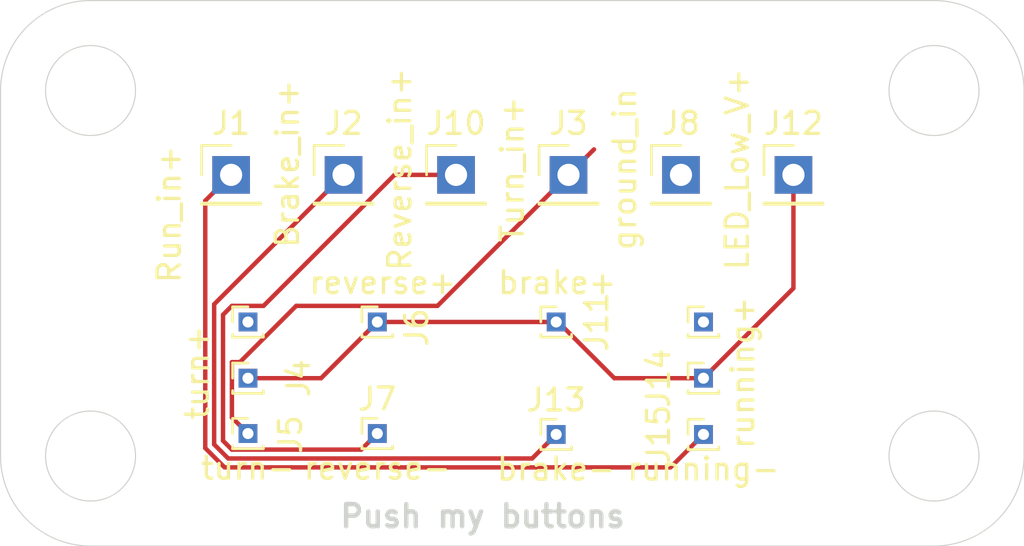
<source format=kicad_pcb>
(kicad_pcb (version 20241229) (generator "pcbnew") (generator_version "9.0")
  (title_block (title "Automotive Indicator Lights") (rev "0.0") (company "HME Engineering"))
  (layers (0 "F.Cu" signal) (2 "B.Cu" signal) (13 "F.Paste" user) (15 "B.Paste" user) (5 "F.SilkS" user "F.Silkscreen") (7 "B.SilkS" user "B.Silkscreen") (1 "F.Mask" user) (3 "B.Mask" user) (25 "Edge.Cuts" user))
  (net 0 "")
  (net 1 "Net-(J13-Pin_1)")
  (net 2 "Net-(J11-Pin_1)")
  (net 3 "Net-(J1-Pin_1)")
  (net 4 "unconnected-(J8-Pin_1-Pad1)")
  (net 5 "Net-(J3-Pin_1)")
  (net 6 "Net-(J10-Pin_1)")
  (footprint "Connector_PinHeader_2.54mm:PinHeader_1x01_P2.54mm_Vertical" (layer "F.Cu") (at 105.41 46.99)
    (property "Reference" "J10" (at 0 -2.33 0) (layer "F.SilkS"))
    (property "Value" "Reverse_in+" (at -2.54 -0.254 90) (layer "F.SilkS"))
    (fp_line (start -1.33 -1.33) (end 0 -1.33) (stroke (width 0.12)) (layer "F.SilkS"))
    (fp_line (start -1.33 0) (end -1.33 -1.33) (stroke (width 0.12)) (layer "F.SilkS"))
    (fp_line (start -1.33 1.27) (end -1.33 1.33) (stroke (width 0.12)) (layer "F.SilkS"))
    (fp_line (start -1.33 1.27) (end 1.33 1.27) (stroke (width 0.12)) (layer "F.SilkS"))
    (fp_line (start -1.33 1.33) (end 1.33 1.33) (stroke (width 0.12)) (layer "F.SilkS"))
    (fp_line (start 1.33 1.27) (end 1.33 1.33) (stroke (width 0.12)) (layer "F.SilkS"))
    (pad "1" thru_hole rect (at 0 0) (size 1.7 1.7) (drill 1) (layers "*.Cu" "*.Mask") (net 6 "Net-(J10-Pin_1)"))
  )
  (footprint "Connector_PinHeader_2.54mm:PinHeader_1x01_P2.54mm_Vertical" (layer "F.Cu") (at 115.57 46.99)
    (property "Reference" "J8" (at 0 -2.33 0) (layer "F.SilkS"))
    (property "Value" "ground_in" (at -2.54 -0.254 90) (layer "F.SilkS"))
    (fp_line (start -1.33 -1.33) (end 0 -1.33) (stroke (width 0.12)) (layer "F.SilkS"))
    (fp_line (start -1.33 0) (end -1.33 -1.33) (stroke (width 0.12)) (layer "F.SilkS"))
    (fp_line (start -1.33 1.27) (end -1.33 1.33) (stroke (width 0.12)) (layer "F.SilkS"))
    (fp_line (start -1.33 1.27) (end 1.33 1.27) (stroke (width 0.12)) (layer "F.SilkS"))
    (fp_line (start -1.33 1.33) (end 1.33 1.33) (stroke (width 0.12)) (layer "F.SilkS"))
    (fp_line (start 1.33 1.27) (end 1.33 1.33) (stroke (width 0.12)) (layer "F.SilkS"))
    (pad "1" thru_hole rect (at 0 0) (size 1.7 1.7) (drill 1) (layers "*.Cu" "*.Mask") (net 4 "unconnected-(J8-Pin_1-Pad1)"))
  )
  (footprint "Connector_PinHeader_1.00mm:PinHeader_1x01_P1.00mm_Vertical" (layer "F.Cu") (at 116.586 58.714)
    (property "Reference" "J15" (at -2.032 0 90) (layer "F.SilkS"))
    (property "Value" "running-" (at 0 1.56 0) (layer "F.SilkS"))
    (fp_line (start -0.695 -0.685) (end 0 -0.685) (stroke (width 0.12)) (layer "F.SilkS"))
    (fp_line (start -0.695 0) (end -0.695 -0.685) (stroke (width 0.12)) (layer "F.SilkS"))
    (fp_line (start -0.695 0.685) (end -0.695 0.56) (stroke (width 0.12)) (layer "F.SilkS"))
    (fp_line (start -0.695 0.685) (end -0.608276 0.685) (stroke (width 0.12)) (layer "F.SilkS"))
    (fp_line (start -0.695 0.685) (end 0.695 0.685) (stroke (width 0.12)) (layer "F.SilkS"))
    (fp_line (start 0.608276 0.685) (end 0.695 0.685) (stroke (width 0.12)) (layer "F.SilkS"))
    (fp_line (start 0.695 0.685) (end 0.695 0.56) (stroke (width 0.12)) (layer "F.SilkS"))
    (pad "1" thru_hole rect (at 0 0) (size 0.85 0.85) (drill 0.5) (layers "*.Cu" "*.Mask") (net 3 "Net-(J1-Pin_1)"))
  )
  (footprint "Connector_PinHeader_1.00mm:PinHeader_1x01_P1.00mm_Vertical" (layer "F.Cu") (at 116.586 53.634)
    (property "Reference" "J14" (hide yes))
    (property "Value" "running+" (hide yes))
    (fp_line (start -0.695 -0.685) (end 0 -0.685) (stroke (width 0.12)) (layer "F.SilkS"))
    (fp_line (start -0.695 0) (end -0.695 -0.685) (stroke (width 0.12)) (layer "F.SilkS"))
    (fp_line (start -0.695 0.685) (end -0.695 0.56) (stroke (width 0.12)) (layer "F.SilkS"))
    (fp_line (start -0.695 0.685) (end -0.608276 0.685) (stroke (width 0.12)) (layer "F.SilkS"))
    (fp_line (start -0.695 0.685) (end 0.695 0.685) (stroke (width 0.12)) (layer "F.SilkS"))
    (fp_line (start 0.608276 0.685) (end 0.695 0.685) (stroke (width 0.12)) (layer "F.SilkS"))
    (fp_line (start 0.695 0.685) (end 0.695 0.56) (stroke (width 0.12)) (layer "F.SilkS"))
    (pad "1" thru_hole rect (at 0 0) (size 0.85 0.85) (drill 0.5) (layers "*.Cu" "*.Mask"))
  )
  (footprint "Connector_PinHeader_1.00mm:PinHeader_1x01_P1.00mm_Vertical" (layer "F.Cu") (at 109.934 58.714)
    (property "Reference" "J13" (at 0 -1.56 0) (layer "F.SilkS"))
    (property "Value" "brake-" (at 0 1.56 0) (layer "F.SilkS"))
    (fp_line (start -0.695 -0.685) (end 0 -0.685) (stroke (width 0.12)) (layer "F.SilkS"))
    (fp_line (start -0.695 0) (end -0.695 -0.685) (stroke (width 0.12)) (layer "F.SilkS"))
    (fp_line (start -0.695 0.685) (end -0.695 0.56) (stroke (width 0.12)) (layer "F.SilkS"))
    (fp_line (start -0.695 0.685) (end -0.608276 0.685) (stroke (width 0.12)) (layer "F.SilkS"))
    (fp_line (start -0.695 0.685) (end 0.695 0.685) (stroke (width 0.12)) (layer "F.SilkS"))
    (fp_line (start 0.608276 0.685) (end 0.695 0.685) (stroke (width 0.12)) (layer "F.SilkS"))
    (fp_line (start 0.695 0.685) (end 0.695 0.56) (stroke (width 0.12)) (layer "F.SilkS"))
    (pad "1" thru_hole rect (at 0 0) (size 0.85 0.85) (drill 0.5) (layers "*.Cu" "*.Mask") (net 1 "Net-(J13-Pin_1)"))
  )
  (footprint "Connector_PinHeader_1.00mm:PinHeader_1x01_P1.00mm_Vertical" (layer "F.Cu") (at 116.586 56.174)
    (property "Reference" "J14" (at -2.032 0 90) (layer "F.SilkS"))
    (property "Value" "running+" (at 1.778 -0.254 90) (layer "F.SilkS"))
    (fp_line (start -0.695 -0.685) (end 0 -0.685) (stroke (width 0.12)) (layer "F.SilkS"))
    (fp_line (start -0.695 0) (end -0.695 -0.685) (stroke (width 0.12)) (layer "F.SilkS"))
    (fp_line (start -0.695 0.685) (end -0.695 0.56) (stroke (width 0.12)) (layer "F.SilkS"))
    (fp_line (start -0.695 0.685) (end -0.608276 0.685) (stroke (width 0.12)) (layer "F.SilkS"))
    (fp_line (start -0.695 0.685) (end 0.695 0.685) (stroke (width 0.12)) (layer "F.SilkS"))
    (fp_line (start 0.608276 0.685) (end 0.695 0.685) (stroke (width 0.12)) (layer "F.SilkS"))
    (fp_line (start 0.695 0.685) (end 0.695 0.56) (stroke (width 0.12)) (layer "F.SilkS"))
    (pad "1" thru_hole rect (at 0 0) (size 0.85 0.85) (drill 0.5) (layers "*.Cu" "*.Mask") (net 2 "Net-(J11-Pin_1)"))
  )
  (footprint "Connector_PinHeader_2.54mm:PinHeader_1x01_P2.54mm_Vertical" (layer "F.Cu") (at 110.49 46.99)
    (property "Reference" "J3" (at 0 -2.33 0) (layer "F.SilkS"))
    (property "Value" "Turn_in+" (at -2.54 -0.254 90) (layer "F.SilkS"))
    (fp_line (start -1.33 -1.33) (end 0 -1.33) (stroke (width 0.12)) (layer "F.SilkS"))
    (fp_line (start -1.33 0) (end -1.33 -1.33) (stroke (width 0.12)) (layer "F.SilkS"))
    (fp_line (start -1.33 1.27) (end -1.33 1.33) (stroke (width 0.12)) (layer "F.SilkS"))
    (fp_line (start -1.33 1.27) (end 1.33 1.27) (stroke (width 0.12)) (layer "F.SilkS"))
    (fp_line (start -1.33 1.33) (end 1.33 1.33) (stroke (width 0.12)) (layer "F.SilkS"))
    (fp_line (start 1.33 1.27) (end 1.33 1.33) (stroke (width 0.12)) (layer "F.SilkS"))
    (pad "1" thru_hole rect (at 0 0) (size 1.7 1.7) (drill 1) (layers "*.Cu" "*.Mask") (net 5 "Net-(J3-Pin_1)"))
  )
  (footprint "Connector_PinHeader_1.00mm:PinHeader_1x01_P1.00mm_Vertical" (layer "F.Cu") (at 101.854 58.674)
    (property "Reference" "J7" (at 0 -1.56 0) (layer "F.SilkS"))
    (property "Value" "reverse-" (at 0 1.56 0) (layer "F.SilkS"))
    (fp_line (start -0.695 -0.685) (end 0 -0.685) (stroke (width 0.12)) (layer "F.SilkS"))
    (fp_line (start -0.695 0) (end -0.695 -0.685) (stroke (width 0.12)) (layer "F.SilkS"))
    (fp_line (start -0.695 0.685) (end -0.695 0.56) (stroke (width 0.12)) (layer "F.SilkS"))
    (fp_line (start -0.695 0.685) (end -0.608276 0.685) (stroke (width 0.12)) (layer "F.SilkS"))
    (fp_line (start -0.695 0.685) (end 0.695 0.685) (stroke (width 0.12)) (layer "F.SilkS"))
    (fp_line (start 0.608276 0.685) (end 0.695 0.685) (stroke (width 0.12)) (layer "F.SilkS"))
    (fp_line (start 0.695 0.685) (end 0.695 0.56) (stroke (width 0.12)) (layer "F.SilkS"))
    (pad "1" thru_hole rect (at 0 0) (size 0.85 0.85) (drill 0.5) (layers "*.Cu" "*.Mask") (net 6 "Net-(J10-Pin_1)"))
  )
  (footprint "Connector_PinHeader_1.00mm:PinHeader_1x01_P1.00mm_Vertical" (layer "F.Cu") (at 109.934 53.634)
    (property "Reference" "J11" (at 1.826 0 90) (layer "F.SilkS"))
    (property "Value" "brake+" (at 0.048 -1.778 0) (layer "F.SilkS"))
    (fp_line (start -0.695 -0.685) (end 0 -0.685) (stroke (width 0.12)) (layer "F.SilkS"))
    (fp_line (start -0.695 0) (end -0.695 -0.685) (stroke (width 0.12)) (layer "F.SilkS"))
    (fp_line (start -0.695 0.685) (end -0.695 0.56) (stroke (width 0.12)) (layer "F.SilkS"))
    (fp_line (start -0.695 0.685) (end -0.608276 0.685) (stroke (width 0.12)) (layer "F.SilkS"))
    (fp_line (start -0.695 0.685) (end 0.695 0.685) (stroke (width 0.12)) (layer "F.SilkS"))
    (fp_line (start 0.608276 0.685) (end 0.695 0.685) (stroke (width 0.12)) (layer "F.SilkS"))
    (fp_line (start 0.695 0.685) (end 0.695 0.56) (stroke (width 0.12)) (layer "F.SilkS"))
    (pad "1" thru_hole rect (at 0 0) (size 0.85 0.85) (drill 0.5) (layers "*.Cu" "*.Mask") (net 2 "Net-(J11-Pin_1)"))
  )
  (footprint "Connector_PinHeader_2.54mm:PinHeader_1x01_P2.54mm_Vertical" (layer "F.Cu") (at 95.25 46.99)
    (property "Reference" "J1" (at 0 -2.33 0) (layer "F.SilkS"))
    (property "Value" "Run_in+" (at -2.794 1.778 90) (layer "F.SilkS"))
    (fp_line (start -1.33 -1.33) (end 0 -1.33) (stroke (width 0.12)) (layer "F.SilkS"))
    (fp_line (start -1.33 0) (end -1.33 -1.33) (stroke (width 0.12)) (layer "F.SilkS"))
    (fp_line (start -1.33 1.27) (end -1.33 1.33) (stroke (width 0.12)) (layer "F.SilkS"))
    (fp_line (start -1.33 1.27) (end 1.33 1.27) (stroke (width 0.12)) (layer "F.SilkS"))
    (fp_line (start -1.33 1.33) (end 1.33 1.33) (stroke (width 0.12)) (layer "F.SilkS"))
    (fp_line (start 1.33 1.27) (end 1.33 1.33) (stroke (width 0.12)) (layer "F.SilkS"))
    (pad "1" thru_hole rect (at 0 0) (size 1.7 1.7) (drill 1) (layers "*.Cu" "*.Mask") (net 3 "Net-(J1-Pin_1)"))
  )
  (footprint "Connector_PinHeader_2.54mm:PinHeader_1x01_P2.54mm_Vertical" (layer "F.Cu") (at 120.65 46.99)
    (property "Reference" "J12" (at 0 -2.33 0) (layer "F.SilkS"))
    (property "Value" "LED_Low_V+" (at -2.54 -0.254 90) (layer "F.SilkS"))
    (fp_line (start -1.33 -1.33) (end 0 -1.33) (stroke (width 0.12)) (layer "F.SilkS"))
    (fp_line (start -1.33 0) (end -1.33 -1.33) (stroke (width 0.12)) (layer "F.SilkS"))
    (fp_line (start -1.33 1.27) (end -1.33 1.33) (stroke (width 0.12)) (layer "F.SilkS"))
    (fp_line (start -1.33 1.27) (end 1.33 1.27) (stroke (width 0.12)) (layer "F.SilkS"))
    (fp_line (start -1.33 1.33) (end 1.33 1.33) (stroke (width 0.12)) (layer "F.SilkS"))
    (fp_line (start 1.33 1.27) (end 1.33 1.33) (stroke (width 0.12)) (layer "F.SilkS"))
    (pad "1" thru_hole rect (at 0 0) (size 1.7 1.7) (drill 1) (layers "*.Cu" "*.Mask") (net 2 "Net-(J11-Pin_1)"))
  )
  (footprint "Connector_PinHeader_1.00mm:PinHeader_1x01_P1.00mm_Vertical" (layer "F.Cu") (at 96.012 56.174)
    (property "Reference" "J4" (at 2.286 0 90) (layer "F.SilkS"))
    (property "Value" "turn+" (at -2.286 -0.254 90) (layer "F.SilkS"))
    (fp_line (start -0.695 -0.685) (end 0 -0.685) (stroke (width 0.12)) (layer "F.SilkS"))
    (fp_line (start -0.695 0) (end -0.695 -0.685) (stroke (width 0.12)) (layer "F.SilkS"))
    (fp_line (start -0.695 0.685) (end -0.695 0.56) (stroke (width 0.12)) (layer "F.SilkS"))
    (fp_line (start -0.695 0.685) (end -0.608276 0.685) (stroke (width 0.12)) (layer "F.SilkS"))
    (fp_line (start -0.695 0.685) (end 0.695 0.685) (stroke (width 0.12)) (layer "F.SilkS"))
    (fp_line (start 0.608276 0.685) (end 0.695 0.685) (stroke (width 0.12)) (layer "F.SilkS"))
    (fp_line (start 0.695 0.685) (end 0.695 0.56) (stroke (width 0.12)) (layer "F.SilkS"))
    (pad "1" thru_hole rect (at 0 0) (size 0.85 0.85) (drill 0.5) (layers "*.Cu" "*.Mask") (net 2 "Net-(J11-Pin_1)"))
  )
  (footprint "Connector_PinHeader_2.54mm:PinHeader_1x01_P2.54mm_Vertical" (layer "F.Cu") (at 100.33 46.99)
    (property "Reference" "J2" (at 0 -2.33 0) (layer "F.SilkS"))
    (property "Value" "Brake_in+" (at -2.54 -0.508 90) (layer "F.SilkS"))
    (fp_line (start -1.33 -1.33) (end 0 -1.33) (stroke (width 0.12)) (layer "F.SilkS"))
    (fp_line (start -1.33 0) (end -1.33 -1.33) (stroke (width 0.12)) (layer "F.SilkS"))
    (fp_line (start -1.33 1.27) (end -1.33 1.33) (stroke (width 0.12)) (layer "F.SilkS"))
    (fp_line (start -1.33 1.27) (end 1.33 1.27) (stroke (width 0.12)) (layer "F.SilkS"))
    (fp_line (start -1.33 1.33) (end 1.33 1.33) (stroke (width 0.12)) (layer "F.SilkS"))
    (fp_line (start 1.33 1.27) (end 1.33 1.33) (stroke (width 0.12)) (layer "F.SilkS"))
    (pad "1" thru_hole rect (at 0 0) (size 1.7 1.7) (drill 1) (layers "*.Cu" "*.Mask") (net 1 "Net-(J13-Pin_1)"))
  )
  (footprint "Connector_PinHeader_1.00mm:PinHeader_1x01_P1.00mm_Vertical" (layer "F.Cu") (at 96.012 58.674)
    (property "Reference" "J5" (at 1.92 0.04 90) (layer "F.SilkS"))
    (property "Value" "turn-" (at 0 1.56 0) (layer "F.SilkS"))
    (fp_line (start -0.695 -0.685) (end 0 -0.685) (stroke (width 0.12)) (layer "F.SilkS"))
    (fp_line (start -0.695 0) (end -0.695 -0.685) (stroke (width 0.12)) (layer "F.SilkS"))
    (fp_line (start -0.695 0.685) (end -0.695 0.56) (stroke (width 0.12)) (layer "F.SilkS"))
    (fp_line (start -0.695 0.685) (end -0.608276 0.685) (stroke (width 0.12)) (layer "F.SilkS"))
    (fp_line (start -0.695 0.685) (end 0.695 0.685) (stroke (width 0.12)) (layer "F.SilkS"))
    (fp_line (start 0.608276 0.685) (end 0.695 0.685) (stroke (width 0.12)) (layer "F.SilkS"))
    (fp_line (start 0.695 0.685) (end 0.695 0.56) (stroke (width 0.12)) (layer "F.SilkS"))
    (pad "1" thru_hole rect (at 0 0) (size 0.85 0.85) (drill 0.5) (layers "*.Cu" "*.Mask") (net 5 "Net-(J3-Pin_1)"))
  )
  (footprint "Connector_PinHeader_1.00mm:PinHeader_1x01_P1.00mm_Vertical" (layer "F.Cu") (at 96.012 53.634)
    (property "Reference" "J4" (hide yes))
    (property "Value" "turn+" (hide yes))
    (fp_line (start -0.695 -0.685) (end 0 -0.685) (stroke (width 0.12)) (layer "F.SilkS"))
    (fp_line (start -0.695 0) (end -0.695 -0.685) (stroke (width 0.12)) (layer "F.SilkS"))
    (fp_line (start -0.695 0.685) (end -0.695 0.56) (stroke (width 0.12)) (layer "F.SilkS"))
    (fp_line (start -0.695 0.685) (end -0.608276 0.685) (stroke (width 0.12)) (layer "F.SilkS"))
    (fp_line (start -0.695 0.685) (end 0.695 0.685) (stroke (width 0.12)) (layer "F.SilkS"))
    (fp_line (start 0.608276 0.685) (end 0.695 0.685) (stroke (width 0.12)) (layer "F.SilkS"))
    (fp_line (start 0.695 0.685) (end 0.695 0.56) (stroke (width 0.12)) (layer "F.SilkS"))
    (pad "1" thru_hole rect (at 0 0) (size 0.85 0.85) (drill 0.5) (layers "*.Cu" "*.Mask"))
  )
  (footprint "Connector_PinHeader_1.00mm:PinHeader_1x01_P1.00mm_Vertical" (layer "F.Cu") (at 101.854 53.634)
    (property "Reference" "J6" (at 1.778 0.254 90) (layer "F.SilkS"))
    (property "Value" "reverse+" (at 0.254 -1.778 0) (layer "F.SilkS"))
    (fp_line (start -0.695 -0.685) (end 0 -0.685) (stroke (width 0.12)) (layer "F.SilkS"))
    (fp_line (start -0.695 0) (end -0.695 -0.685) (stroke (width 0.12)) (layer "F.SilkS"))
    (fp_line (start -0.695 0.685) (end -0.695 0.56) (stroke (width 0.12)) (layer "F.SilkS"))
    (fp_line (start -0.695 0.685) (end -0.608276 0.685) (stroke (width 0.12)) (layer "F.SilkS"))
    (fp_line (start -0.695 0.685) (end 0.695 0.685) (stroke (width 0.12)) (layer "F.SilkS"))
    (fp_line (start 0.608276 0.685) (end 0.695 0.685) (stroke (width 0.12)) (layer "F.SilkS"))
    (fp_line (start 0.695 0.685) (end 0.695 0.56) (stroke (width 0.12)) (layer "F.SilkS"))
    (pad "1" thru_hole rect (at 0 0) (size 0.85 0.85) (drill 0.5) (layers "*.Cu" "*.Mask") (net 2 "Net-(J11-Pin_1)"))
  )
  (gr_arc (start 88.9 63.754) (mid 86.026318 62.563682) (end 84.836 59.69) (stroke (width 0.05)) (layer "Edge.Cuts"))
  (gr_arc (start 127 39.116) (mid 129.873682 40.306318) (end 131.064 43.18) (stroke (width 0.05)) (layer "Edge.Cuts"))
  (gr_circle (center 127 59.69) (end 124.968 59.69) (stroke (width 0.05)) (fill no) (layer "Edge.Cuts"))
  (gr_line (start 131.064 43.18) (end 131.064 59.69) (stroke (width 0.05)) (layer "Edge.Cuts"))
  (gr_arc (start 84.836 43.18) (mid 86.026318 40.306318) (end 88.9 39.116) (stroke (width 0.05)) (layer "Edge.Cuts"))
  (gr_circle (center 88.9 59.69) (end 86.868 59.69) (stroke (width 0.05)) (fill no) (layer "Edge.Cuts"))
  (gr_circle (center 88.9 43.18) (end 90.932 43.18) (stroke (width 0.05)) (fill no) (layer "Edge.Cuts"))
  (gr_circle (center 127 43.18) (end 129.032 43.18) (stroke (width 0.05)) (fill no) (layer "Edge.Cuts"))
  (gr_line (start 84.836 59.69) (end 84.836 43.18) (stroke (width 0.05)) (layer "Edge.Cuts"))
  (gr_arc (start 131.064 59.69) (mid 129.873682 62.563682) (end 127 63.754) (stroke (width 0.05)) (layer "Edge.Cuts"))
  (gr_line (start 88.9 39.116) (end 127 39.116) (stroke (width 0.05)) (layer "Edge.Cuts"))
  (gr_line (start 127 63.754) (end 88.9 63.754) (stroke (width 0.05)) (layer "Edge.Cuts"))
  (gr_text "Push my buttons" (at 100.076 62.992 0) (layer "Edge.Cuts") (effects (font (size 1 1) (thickness 0.2) (bold yes)) (justify left bottom)))
  (segment (start 108.847 59.801) (end 109.934 58.714) (width 0.2) (layer "F.Cu") (net 1))
  (segment (start 100.33 46.99) (end 94.484 52.836) (width 0.2) (layer "F.Cu") (net 1))
  (segment (start 95.1199 59.801) (end 108.847 59.801) (width 0.2) (layer "F.Cu") (net 1))
  (segment (start 94.484 59.1651) (end 95.1199 59.801) (width 0.2) (layer "F.Cu") (net 1))
  (segment (start 94.484 52.836) (end 94.484 59.1651) (width 0.2) (layer "F.Cu") (net 1))
  (segment (start 116.586 56.174) (end 120.65 52.11) (width 0.2) (layer "F.Cu") (net 2))
  (segment (start 112.562 56.174) (end 116.586 56.174) (width 0.2) (layer "F.Cu") (net 2))
  (segment (start 101.854 53.634) (end 109.934 53.634) (width 0.2) (layer "F.Cu") (net 2))
  (segment (start 109.934 53.634) (end 110.022 53.634) (width 0.2) (layer "F.Cu") (net 2))
  (segment (start 96.012 56.174) (end 99.314 56.174) (width 0.2) (layer "F.Cu") (net 2))
  (segment (start 110.022 53.634) (end 112.562 56.174) (width 0.2) (layer "F.Cu") (net 2))
  (segment (start 120.65 52.11) (end 120.65 46.99) (width 0.2) (layer "F.Cu") (net 2))
  (segment (start 99.314 56.174) (end 101.854 53.634) (width 0.2) (layer "F.Cu") (net 2))
  (segment (start 94.083 59.3312) (end 94.9538 60.202) (width 0.2) (layer "F.Cu") (net 3))
  (segment (start 95.25 46.99) (end 94.083 48.157) (width 0.2) (layer "F.Cu") (net 3))
  (segment (start 94.9538 60.202) (end 115.098 60.202) (width 0.2) (layer "F.Cu") (net 3))
  (segment (start 115.098 60.202) (end 116.586 58.714) (width 0.2) (layer "F.Cu") (net 3))
  (segment (start 94.083 48.157) (end 94.083 59.3312) (width 0.2) (layer "F.Cu") (net 3))
  (segment (start 115.289 47.271) (end 115.57 46.99) (width 0.2) (layer "B.Cu") (net 4))
  (segment (start 95.286 57.948) (end 96.012 58.674) (width 0.2) (layer "F.Cu") (net 5))
  (segment (start 110.49 46.99) (end 104.572 52.908) (width 0.2) (layer "F.Cu") (net 5))
  (segment (start 111.641 45.839) (end 110.49 46.99) (width 0.2) (layer "F.Cu") (net 5))
  (segment (start 95.286 55.448) (end 95.286 57.948) (width 0.2) (layer "F.Cu") (net 5))
  (segment (start 95.65 55.448) (end 95.286 55.448) (width 0.2) (layer "F.Cu") (net 5))
  (segment (start 98.19 52.908) (end 95.65 55.448) (width 0.2) (layer "F.Cu") (net 5))
  (segment (start 104.572 52.908) (end 98.19 52.908) (width 0.2) (layer "F.Cu") (net 5))
  (segment (start 94.885 58.999) (end 95.286 59.4) (width 0.2) (layer "F.Cu") (net 6))
  (segment (start 95.286 59.4) (end 101.128 59.4) (width 0.2) (layer "F.Cu") (net 6))
  (segment (start 96.714 52.908) (end 95.286 52.908) (width 0.2) (layer "F.Cu") (net 6))
  (segment (start 102.632 46.99) (end 96.714 52.908) (width 0.2) (layer "F.Cu") (net 6))
  (segment (start 105.41 46.99) (end 102.632 46.99) (width 0.2) (layer "F.Cu") (net 6))
  (segment (start 101.128 59.4) (end 101.854 58.674) (width 0.2) (layer "F.Cu") (net 6))
  (segment (start 94.885 53.309) (end 94.885 58.999) (width 0.2) (layer "F.Cu") (net 6))
  (segment (start 95.286 52.908) (end 94.885 53.309) (width 0.2) (layer "F.Cu") (net 6))
)
</source>
